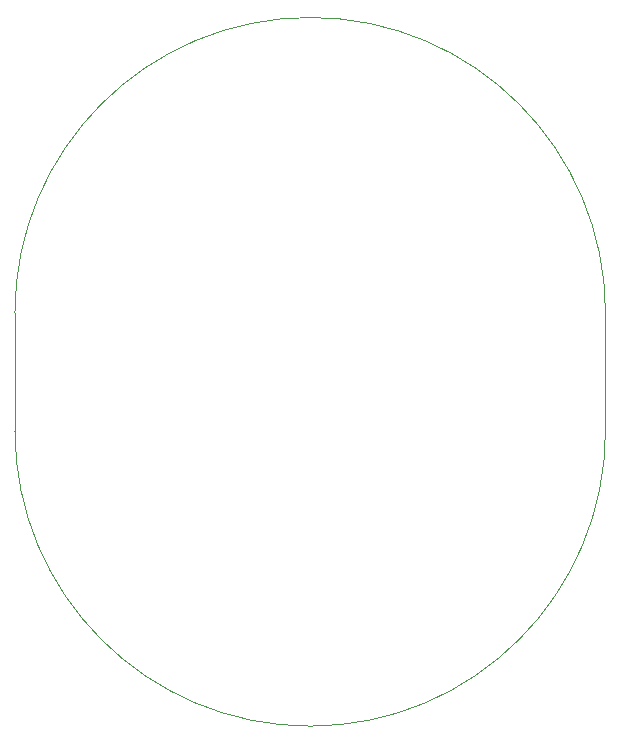
<source format=gbr>
G04*
G04 #@! TF.GenerationSoftware,Altium Limited,Altium Designer,25.4.2 (15)*
G04*
G04 Layer_Color=0*
%FSLAX44Y44*%
%MOMM*%
G71*
G04*
G04 #@! TF.SameCoordinates,62EAB3CA-F57F-4EB5-889C-6781DB4FDDE6*
G04*
G04*
G04 #@! TF.FilePolarity,Positive*
G04*
G01*
G75*
%ADD86C,0.0254*%
D86*
X-247777Y203900D02*
Y303900D01*
D02*
G02*
X252223Y303900I250000J0D01*
G01*
X252223Y203900D01*
D02*
G02*
X-247777Y203900I-250000J-0D01*
G01*
M02*

</source>
